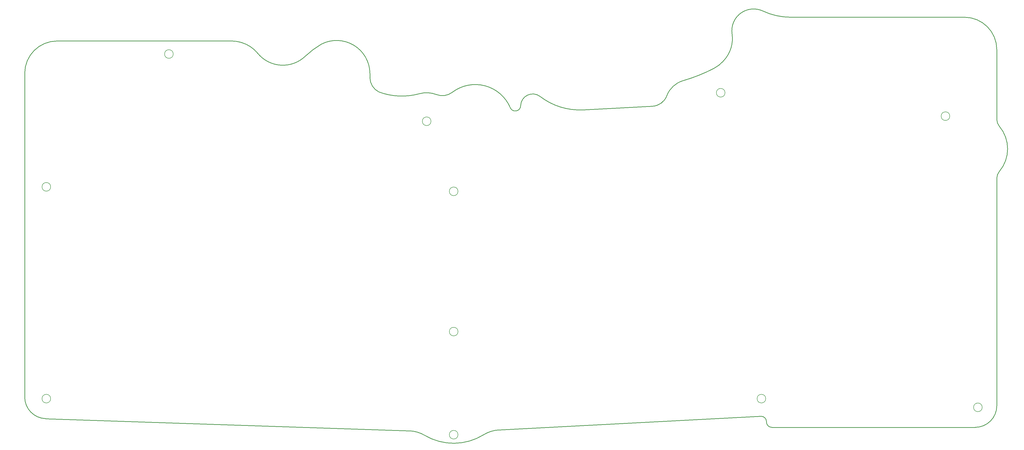
<source format=gbr>
%TF.GenerationSoftware,KiCad,Pcbnew,7.0.7*%
%TF.CreationDate,2023-12-22T23:49:33+01:00*%
%TF.ProjectId,isokey,69736f6b-6579-42e6-9b69-6361645f7063,A*%
%TF.SameCoordinates,Original*%
%TF.FileFunction,Profile,NP*%
%FSLAX46Y46*%
G04 Gerber Fmt 4.6, Leading zero omitted, Abs format (unit mm)*
G04 Created by KiCad (PCBNEW 7.0.7) date 2023-12-22 23:49:33*
%MOMM*%
%LPD*%
G01*
G04 APERTURE LIST*
%TA.AperFunction,Profile*%
%ADD10C,0.250000*%
%TD*%
%TA.AperFunction,Profile*%
%ADD11C,0.200000*%
%TD*%
G04 APERTURE END LIST*
D10*
X210941350Y-94735987D02*
G75*
G03*
X214784275Y-94006118I1843450J775687D01*
G01*
D11*
X305485170Y-202625924D02*
G75*
G03*
X305485170Y-202625924I-1600000J0D01*
G01*
D10*
X183639546Y-89863983D02*
G75*
G03*
X189469260Y-89037562I2181054J5589583D01*
G01*
X221988490Y-90568944D02*
G75*
G03*
X237912625Y-95540097I14668110J18995944D01*
G01*
X159004472Y-83533498D02*
G75*
G03*
X162312063Y-88895507I6000028J-2D01*
G01*
X31250000Y-81992770D02*
X31250000Y-102500000D01*
X391945603Y-118379376D02*
G75*
G03*
X391004434Y-120956899I3058597J-2577424D01*
G01*
X31250000Y-102500000D02*
X31250000Y-202045807D01*
X141004430Y-71179853D02*
G75*
G03*
X135111562Y-75617731I16566670J-28129547D01*
G01*
X383004434Y-213271534D02*
G75*
G03*
X391004434Y-205271457I-34J8000034D01*
G01*
X159004467Y-83533498D02*
X159004471Y-81992803D01*
X307755225Y-213271457D02*
X383004434Y-213271457D01*
X38981200Y-210041290D02*
X173566732Y-214565924D01*
X263573122Y-94195288D02*
X237912625Y-95540097D01*
X183639545Y-89863984D02*
G75*
G03*
X177312535Y-89548989I-3635145J-9315916D01*
G01*
X111548391Y-70588034D02*
G75*
G03*
X111098467Y-70456674I-13092991J-44008966D01*
G01*
X31249993Y-202045807D02*
G75*
G03*
X38981200Y-210041290I8000007J7D01*
G01*
D11*
X181600000Y-99759977D02*
G75*
G03*
X181600000Y-99759977I-1600000J0D01*
G01*
D10*
X206792554Y-214226248D02*
X303650553Y-209150135D01*
X221988417Y-90569039D02*
G75*
G03*
X214784277Y-94006118I-2733217J-3539661D01*
G01*
X391004469Y-99047997D02*
G75*
G03*
X391945610Y-101625515I3999831J-103D01*
G01*
X391004434Y-94179860D02*
X391004434Y-73179860D01*
X289690519Y-77551742D02*
G75*
G03*
X290080240Y-77119868I-109715119J99398142D01*
G01*
X111098471Y-70456661D02*
G75*
G03*
X107794156Y-69992770I-3304271J-11536139D01*
G01*
X107794156Y-69992770D02*
X43250000Y-69992770D01*
X274901254Y-84713584D02*
G75*
G03*
X286344777Y-80135706I-17085754J59301884D01*
G01*
X391004440Y-73179860D02*
G75*
G03*
X379004434Y-61179860I-12000040J-40D01*
G01*
X286344784Y-80135719D02*
G75*
G03*
X289690519Y-77551742I-5547184J10640519D01*
G01*
X159004472Y-81992770D02*
G75*
G03*
X141004434Y-71179861I-12329832J-136620D01*
G01*
D11*
X40845566Y-202625924D02*
G75*
G03*
X40845566Y-202625924I-1600000J0D01*
G01*
D10*
X179287484Y-216239426D02*
G75*
G03*
X173566732Y-214565925I-6123984J-10319674D01*
G01*
X304442948Y-58887612D02*
G75*
G03*
X314678803Y-61179860I10235952J21708012D01*
G01*
D11*
X191600000Y-216000000D02*
G75*
G03*
X191600000Y-216000000I-1600000J0D01*
G01*
X290420275Y-89191583D02*
G75*
G03*
X290420275Y-89191583I-1600000J0D01*
G01*
X191600000Y-125750000D02*
G75*
G03*
X191600000Y-125750000I-1600000J0D01*
G01*
X191600000Y-177759977D02*
G75*
G03*
X191600000Y-177759977I-1600000J0D01*
G01*
D10*
X274901244Y-84713550D02*
G75*
G03*
X268883054Y-90294256I2522656J-8755750D01*
G01*
X304442944Y-58887619D02*
G75*
G03*
X293027921Y-67352564I-3438504J-7292241D01*
G01*
X162312061Y-88895512D02*
G75*
G03*
X177312535Y-89548988I8506439J22770512D01*
G01*
D11*
X86203799Y-74822887D02*
G75*
G03*
X86203799Y-74822887I-1600000J0D01*
G01*
X40845566Y-124080117D02*
G75*
G03*
X40845566Y-124080117I-1600000J0D01*
G01*
X373600000Y-97866120D02*
G75*
G03*
X373600000Y-97866120I-1600000J0D01*
G01*
D10*
X305755204Y-211147394D02*
G75*
G03*
X303650553Y-209150136I-2000004J-6D01*
G01*
X305755225Y-211147394D02*
X305755225Y-211271457D01*
X43250000Y-69992770D02*
G75*
G03*
X31250000Y-81992770I0J-12000000D01*
G01*
X391004434Y-99047997D02*
X391004434Y-94179860D01*
X117451682Y-74537175D02*
G75*
G03*
X135111562Y-75617731I9325118J7552575D01*
G01*
X379004434Y-61179860D02*
X314678803Y-61179860D01*
X290080269Y-77119894D02*
G75*
G03*
X293027921Y-67352564I-8924669J8021794D01*
G01*
X117451643Y-74537207D02*
G75*
G03*
X111548391Y-70588034I-9325143J-7552593D01*
G01*
X263573123Y-94195309D02*
G75*
G03*
X268883052Y-90294256I-314123J5991909D01*
G01*
X179287494Y-216239411D02*
G75*
G03*
X201087440Y-216017096I10716936J18059551D01*
G01*
X391004434Y-205271457D02*
X391004434Y-120956899D01*
X206792554Y-214226241D02*
G75*
G03*
X201087440Y-216017096I628046J-11983559D01*
G01*
D11*
X385600000Y-205851574D02*
G75*
G03*
X385600000Y-205851574I-1600000J0D01*
G01*
D10*
X391945611Y-118379383D02*
G75*
G03*
X391945609Y-101625516I-9941151J8376933D01*
G01*
X305755143Y-211271457D02*
G75*
G03*
X307755225Y-213271457I2000057J57D01*
G01*
X210941359Y-94735984D02*
G75*
G03*
X189469260Y-89037562I-12936929J-5443876D01*
G01*
M02*

</source>
